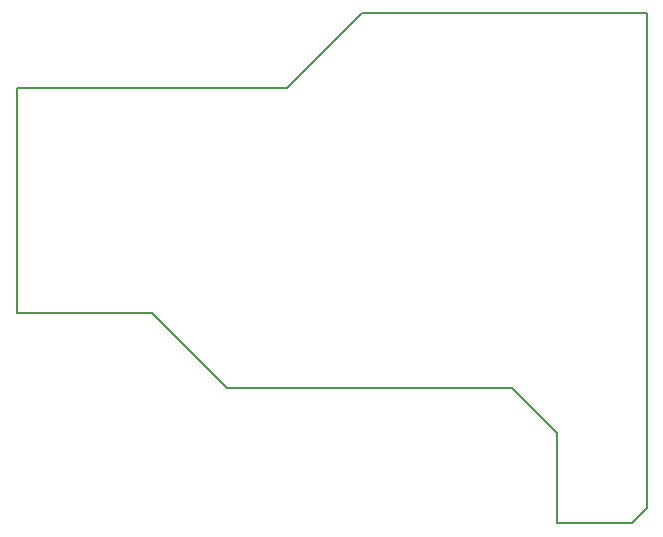
<source format=gm1>
G04 #@! TF.FileFunction,Profile,NP*
%FSLAX46Y46*%
G04 Gerber Fmt 4.6, Leading zero omitted, Abs format (unit mm)*
G04 Created by KiCad (PCBNEW 4.0.6) date Wed Jun 28 23:47:14 2017*
%MOMM*%
%LPD*%
G01*
G04 APERTURE LIST*
%ADD10C,0.100000*%
%ADD11C,0.150000*%
G04 APERTURE END LIST*
D10*
D11*
X154940000Y-82550000D02*
X154940000Y-101600000D01*
X177800000Y-82550000D02*
X154940000Y-82550000D01*
X184150000Y-76200000D02*
X177800000Y-82550000D01*
X208280000Y-76200000D02*
X184150000Y-76200000D01*
X208280000Y-118110000D02*
X208280000Y-76200000D01*
X207010000Y-119380000D02*
X208280000Y-118110000D01*
X200660000Y-119380000D02*
X207010000Y-119380000D01*
X200660000Y-111760000D02*
X200660000Y-119380000D01*
X196850000Y-107950000D02*
X200660000Y-111760000D01*
X172720000Y-107950000D02*
X196850000Y-107950000D01*
X166370000Y-101600000D02*
X172720000Y-107950000D01*
X154940000Y-101600000D02*
X166370000Y-101600000D01*
M02*

</source>
